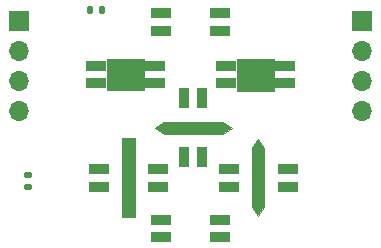
<source format=gbr>
%TF.GenerationSoftware,KiCad,Pcbnew,(6.0.7)*%
%TF.CreationDate,2024-10-06T09:26:11-05:00*%
%TF.ProjectId,RGB7Segment,52474237-5365-4676-9d65-6e742e6b6963,rev?*%
%TF.SameCoordinates,Original*%
%TF.FileFunction,Soldermask,Top*%
%TF.FilePolarity,Negative*%
%FSLAX46Y46*%
G04 Gerber Fmt 4.6, Leading zero omitted, Abs format (unit mm)*
G04 Created by KiCad (PCBNEW (6.0.7)) date 2024-10-06 09:26:11*
%MOMM*%
%LPD*%
G01*
G04 APERTURE LIST*
G04 Aperture macros list*
%AMRoundRect*
0 Rectangle with rounded corners*
0 $1 Rounding radius*
0 $2 $3 $4 $5 $6 $7 $8 $9 X,Y pos of 4 corners*
0 Add a 4 corners polygon primitive as box body*
4,1,4,$2,$3,$4,$5,$6,$7,$8,$9,$2,$3,0*
0 Add four circle primitives for the rounded corners*
1,1,$1+$1,$2,$3*
1,1,$1+$1,$4,$5*
1,1,$1+$1,$6,$7*
1,1,$1+$1,$8,$9*
0 Add four rect primitives between the rounded corners*
20,1,$1+$1,$2,$3,$4,$5,0*
20,1,$1+$1,$4,$5,$6,$7,0*
20,1,$1+$1,$6,$7,$8,$9,0*
20,1,$1+$1,$8,$9,$2,$3,0*%
G04 Aperture macros list end*
%ADD10C,0.120000*%
%ADD11RoundRect,0.135000X-0.185000X0.135000X-0.185000X-0.135000X0.185000X-0.135000X0.185000X0.135000X0*%
%ADD12R,1.803400X0.812800*%
%ADD13RoundRect,0.135000X-0.135000X-0.185000X0.135000X-0.185000X0.135000X0.185000X-0.135000X0.185000X0*%
%ADD14R,1.700000X1.700000*%
%ADD15O,1.700000X1.700000*%
%ADD16R,0.812800X1.803400*%
G04 APERTURE END LIST*
D10*
%TO.C,B1*%
X202960000Y-90910000D02*
X206060000Y-90910000D01*
X206060000Y-90910000D02*
X206060000Y-93610000D01*
X206060000Y-93610000D02*
X202960000Y-93610000D01*
X202960000Y-93610000D02*
X202960000Y-90910000D01*
G36*
X202960000Y-90910000D02*
G01*
X206060000Y-90910000D01*
X206060000Y-93610000D01*
X202960000Y-93610000D01*
X202960000Y-90910000D01*
G37*
%TO.C,C1*%
G36*
X205250000Y-98500000D02*
G01*
X205250000Y-103500000D01*
X204750000Y-104250000D01*
X204250000Y-103500000D01*
X204250000Y-98500000D01*
X204750000Y-97750000D01*
X205250000Y-98500000D01*
G37*
X205250000Y-98500000D02*
X205250000Y-103500000D01*
X204750000Y-104250000D01*
X204250000Y-103500000D01*
X204250000Y-98500000D01*
X204750000Y-97750000D01*
X205250000Y-98500000D01*
%TO.C,E1*%
X193200000Y-97650000D02*
X194300000Y-97650000D01*
X194300000Y-97650000D02*
X194300000Y-104350000D01*
X194300000Y-104350000D02*
X193200000Y-104350000D01*
X193200000Y-104350000D02*
X193200000Y-97650000D01*
G36*
X193200000Y-97650000D02*
G01*
X194300000Y-97650000D01*
X194300000Y-104350000D01*
X193200000Y-104350000D01*
X193200000Y-97650000D01*
G37*
%TO.C,F1*%
X191950000Y-90900000D02*
X195050000Y-90900000D01*
X195050000Y-90900000D02*
X195050000Y-93600000D01*
X195050000Y-93600000D02*
X191950000Y-93600000D01*
X191950000Y-93600000D02*
X191950000Y-90900000D01*
G36*
X191950000Y-90900000D02*
G01*
X195050000Y-90900000D01*
X195050000Y-93600000D01*
X191950000Y-93600000D01*
X191950000Y-90900000D01*
G37*
%TO.C,G1*%
G36*
X202500000Y-96750000D02*
G01*
X201750000Y-97250000D01*
X196750000Y-97250000D01*
X196000000Y-96750000D01*
X196750000Y-96250000D01*
X201750000Y-96250000D01*
X202500000Y-96750000D01*
G37*
X202500000Y-96750000D02*
X201750000Y-97250000D01*
X196750000Y-97250000D01*
X196000000Y-96750000D01*
X196750000Y-96250000D01*
X201750000Y-96250000D01*
X202500000Y-96750000D01*
%TD*%
D11*
%TO.C,R1*%
X185250000Y-100740000D03*
X185250000Y-101760000D03*
%TD*%
D12*
%TO.C,B1*%
X201998100Y-91500700D03*
X201998100Y-92999300D03*
X207001900Y-92999300D03*
X207001900Y-91500700D03*
%TD*%
D13*
%TO.C,R2*%
X190490000Y-86750000D03*
X191510000Y-86750000D03*
%TD*%
D12*
%TO.C,D1*%
X196498100Y-104531750D03*
X196498100Y-106030350D03*
X201501900Y-106030350D03*
X201501900Y-104531750D03*
%TD*%
D14*
%TO.C,J1*%
X184500000Y-87700000D03*
D15*
X184500000Y-90240000D03*
X184500000Y-92780000D03*
X184500000Y-95320000D03*
%TD*%
D12*
%TO.C,A1*%
X196498100Y-87031750D03*
X196498100Y-88530350D03*
X201501900Y-88530350D03*
X201501900Y-87031750D03*
%TD*%
D14*
%TO.C,J2*%
X213500000Y-87700000D03*
D15*
X213500000Y-90240000D03*
X213500000Y-92780000D03*
X213500000Y-95320000D03*
%TD*%
D12*
%TO.C,C1*%
X202248100Y-100250700D03*
X202248100Y-101749300D03*
X207251900Y-101749300D03*
X207251900Y-100250700D03*
%TD*%
%TO.C,E1*%
X191248100Y-100250700D03*
X191248100Y-101749300D03*
X196251900Y-101749300D03*
X196251900Y-100250700D03*
%TD*%
%TO.C,F1*%
X190998100Y-91500700D03*
X190998100Y-92999300D03*
X196001900Y-92999300D03*
X196001900Y-91500700D03*
%TD*%
D16*
%TO.C,G1*%
X198500700Y-99251900D03*
X199999300Y-99251900D03*
X199999300Y-94248100D03*
X198500700Y-94248100D03*
%TD*%
M02*

</source>
